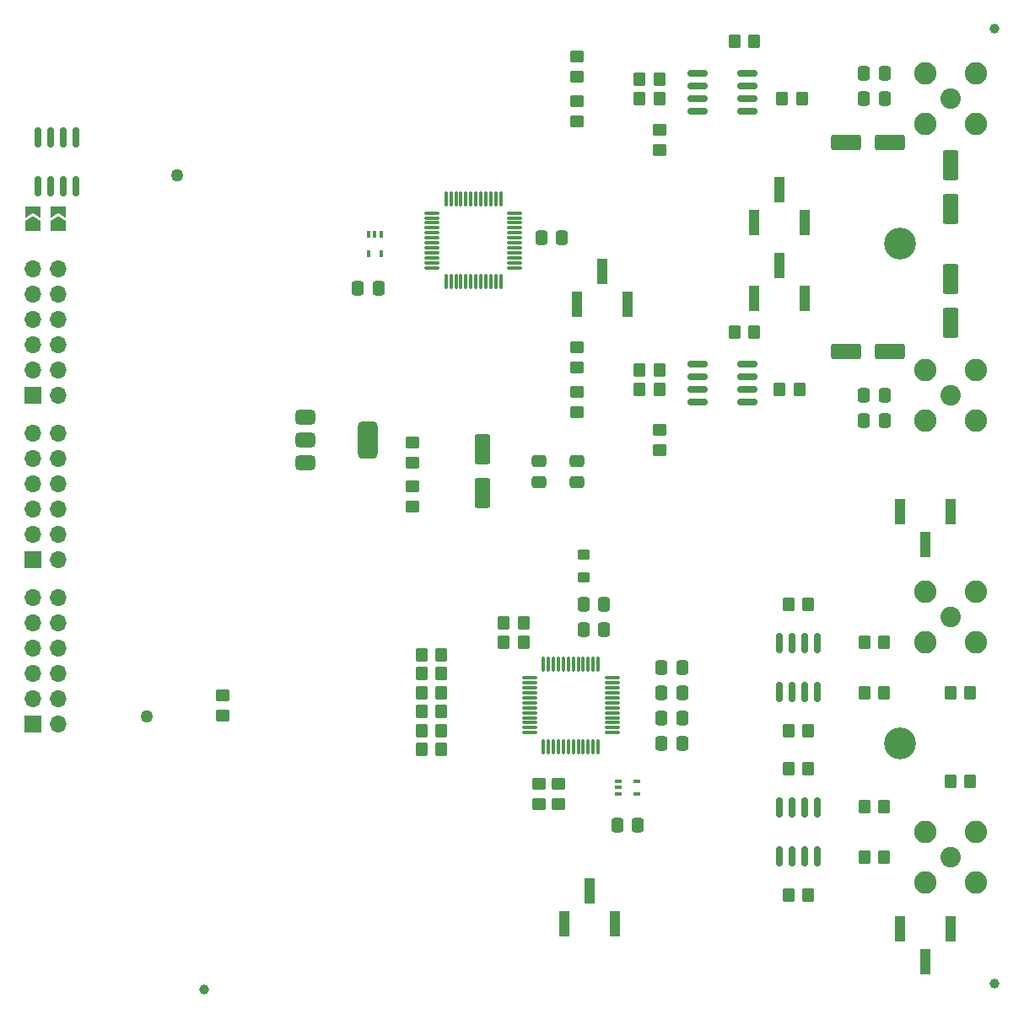
<source format=gts>
%TF.GenerationSoftware,KiCad,Pcbnew,8.0.0*%
%TF.CreationDate,2024-09-01T16:52:45+03:00*%
%TF.ProjectId,ML605_LPC_Board_wADC_DAC,4d4c3630-355f-44c5-9043-5f426f617264,rev?*%
%TF.SameCoordinates,Original*%
%TF.FileFunction,Soldermask,Top*%
%TF.FilePolarity,Negative*%
%FSLAX46Y46*%
G04 Gerber Fmt 4.6, Leading zero omitted, Abs format (unit mm)*
G04 Created by KiCad (PCBNEW 8.0.0) date 2024-09-01 16:52:45*
%MOMM*%
%LPD*%
G01*
G04 APERTURE LIST*
G04 Aperture macros list*
%AMRoundRect*
0 Rectangle with rounded corners*
0 $1 Rounding radius*
0 $2 $3 $4 $5 $6 $7 $8 $9 X,Y pos of 4 corners*
0 Add a 4 corners polygon primitive as box body*
4,1,4,$2,$3,$4,$5,$6,$7,$8,$9,$2,$3,0*
0 Add four circle primitives for the rounded corners*
1,1,$1+$1,$2,$3*
1,1,$1+$1,$4,$5*
1,1,$1+$1,$6,$7*
1,1,$1+$1,$8,$9*
0 Add four rect primitives between the rounded corners*
20,1,$1+$1,$2,$3,$4,$5,0*
20,1,$1+$1,$4,$5,$6,$7,0*
20,1,$1+$1,$6,$7,$8,$9,0*
20,1,$1+$1,$8,$9,$2,$3,0*%
%AMFreePoly0*
4,1,6,1.000000,0.000000,0.500000,-0.750000,-0.500000,-0.750000,-0.500000,0.750000,0.500000,0.750000,1.000000,0.000000,1.000000,0.000000,$1*%
%AMFreePoly1*
4,1,6,0.500000,-0.750000,-0.650000,-0.750000,-0.150000,0.000000,-0.650000,0.750000,0.500000,0.750000,0.500000,-0.750000,0.500000,-0.750000,$1*%
G04 Aperture macros list end*
%ADD10C,1.270000*%
%ADD11RoundRect,0.150000X-0.150000X0.825000X-0.150000X-0.825000X0.150000X-0.825000X0.150000X0.825000X0*%
%ADD12FreePoly0,90.000000*%
%ADD13FreePoly1,90.000000*%
%ADD14RoundRect,0.250000X-0.337500X-0.475000X0.337500X-0.475000X0.337500X0.475000X-0.337500X0.475000X0*%
%ADD15RoundRect,0.250000X0.350000X0.450000X-0.350000X0.450000X-0.350000X-0.450000X0.350000X-0.450000X0*%
%ADD16RoundRect,0.250000X0.337500X0.475000X-0.337500X0.475000X-0.337500X-0.475000X0.337500X-0.475000X0*%
%ADD17R,1.000000X2.510000*%
%ADD18RoundRect,0.250000X0.450000X-0.350000X0.450000X0.350000X-0.450000X0.350000X-0.450000X-0.350000X0*%
%ADD19C,1.000000*%
%ADD20C,3.200000*%
%ADD21RoundRect,0.250000X-0.450000X0.350000X-0.450000X-0.350000X0.450000X-0.350000X0.450000X0.350000X0*%
%ADD22C,2.050000*%
%ADD23C,2.250000*%
%ADD24RoundRect,0.250000X-0.550000X1.250000X-0.550000X-1.250000X0.550000X-1.250000X0.550000X1.250000X0*%
%ADD25RoundRect,0.250000X-0.475000X0.337500X-0.475000X-0.337500X0.475000X-0.337500X0.475000X0.337500X0*%
%ADD26RoundRect,0.100000X-0.100000X0.225000X-0.100000X-0.225000X0.100000X-0.225000X0.100000X0.225000X0*%
%ADD27RoundRect,0.250000X-0.350000X-0.450000X0.350000X-0.450000X0.350000X0.450000X-0.350000X0.450000X0*%
%ADD28RoundRect,0.375000X-0.625000X-0.375000X0.625000X-0.375000X0.625000X0.375000X-0.625000X0.375000X0*%
%ADD29RoundRect,0.500000X-0.500000X-1.400000X0.500000X-1.400000X0.500000X1.400000X-0.500000X1.400000X0*%
%ADD30RoundRect,0.250000X-1.250000X-0.550000X1.250000X-0.550000X1.250000X0.550000X-1.250000X0.550000X0*%
%ADD31RoundRect,0.075000X-0.075000X0.662500X-0.075000X-0.662500X0.075000X-0.662500X0.075000X0.662500X0*%
%ADD32RoundRect,0.075000X-0.662500X0.075000X-0.662500X-0.075000X0.662500X-0.075000X0.662500X0.075000X0*%
%ADD33R,1.700000X1.700000*%
%ADD34O,1.700000X1.700000*%
%ADD35RoundRect,0.100000X-0.225000X-0.100000X0.225000X-0.100000X0.225000X0.100000X-0.225000X0.100000X0*%
%ADD36RoundRect,0.150000X-0.825000X-0.150000X0.825000X-0.150000X0.825000X0.150000X-0.825000X0.150000X0*%
%ADD37RoundRect,0.250000X-0.350000X0.275000X-0.350000X-0.275000X0.350000X-0.275000X0.350000X0.275000X0*%
%ADD38RoundRect,0.250000X0.550000X-1.250000X0.550000X1.250000X-0.550000X1.250000X-0.550000X-1.250000X0*%
G04 APERTURE END LIST*
D10*
%TO.C,J1*%
X91385000Y-66294000D03*
X88335000Y-120674000D03*
%TD*%
D11*
%TO.C,U6*%
X81220000Y-67385000D03*
X79950000Y-67385000D03*
X78680000Y-67385000D03*
X77410000Y-67385000D03*
X77410000Y-62435000D03*
X78680000Y-62435000D03*
X79950000Y-62435000D03*
X81220000Y-62435000D03*
%TD*%
D12*
%TO.C,JP2*%
X79445000Y-71350000D03*
D13*
X79445000Y-69900000D03*
%TD*%
D12*
%TO.C,JP1*%
X76905000Y-71350000D03*
D13*
X76905000Y-69900000D03*
%TD*%
D14*
%TO.C,C38*%
X109522500Y-77610000D03*
X111597500Y-77610000D03*
%TD*%
%TO.C,C29*%
X160322500Y-88405000D03*
X162397500Y-88405000D03*
%TD*%
D15*
%TO.C,R40*%
X139770000Y-56655000D03*
X137770000Y-56655000D03*
%TD*%
D16*
%TO.C,C14*%
X142077500Y-118250000D03*
X140002500Y-118250000D03*
%TD*%
D14*
%TO.C,C12*%
X140002500Y-120790000D03*
X142077500Y-120790000D03*
%TD*%
D15*
%TO.C,R5*%
X117910000Y-116345000D03*
X115910000Y-116345000D03*
%TD*%
%TO.C,R3*%
X117910000Y-114440000D03*
X115910000Y-114440000D03*
%TD*%
D17*
%TO.C,J14*%
X168980000Y-141995000D03*
X166440000Y-145305000D03*
X163900000Y-141995000D03*
%TD*%
D18*
%TO.C,R45*%
X139770000Y-93850000D03*
X139770000Y-91850000D03*
%TD*%
D19*
%TO.C,FID2*%
X173425000Y-147460000D03*
%TD*%
D14*
%TO.C,C37*%
X135557500Y-131585000D03*
X137632500Y-131585000D03*
%TD*%
D15*
%TO.C,R41*%
X139770000Y-58560000D03*
X137770000Y-58560000D03*
%TD*%
D20*
%TO.C,H1*%
X163900000Y-73165000D03*
%TD*%
D21*
%TO.C,R39*%
X131515000Y-88040000D03*
X131515000Y-90040000D03*
%TD*%
%TO.C,R16*%
X127705000Y-127410000D03*
X127705000Y-129410000D03*
%TD*%
D18*
%TO.C,R38*%
X131515000Y-85595000D03*
X131515000Y-83595000D03*
%TD*%
D15*
%TO.C,R11*%
X117910000Y-122060000D03*
X115910000Y-122060000D03*
%TD*%
D22*
%TO.C,J8*%
X168980000Y-58560000D03*
D23*
X166440000Y-56020000D03*
X166440000Y-61100000D03*
X171520000Y-56020000D03*
X171520000Y-61100000D03*
%TD*%
D24*
%TO.C,C1*%
X121990000Y-93825000D03*
X121990000Y-98225000D03*
%TD*%
D18*
%TO.C,R48*%
X95955000Y-120520000D03*
X95955000Y-118520000D03*
%TD*%
D19*
%TO.C,FID1*%
X173425000Y-51575000D03*
%TD*%
D15*
%TO.C,R30*%
X162360000Y-118250000D03*
X160360000Y-118250000D03*
%TD*%
D14*
%TO.C,C4*%
X132150000Y-111900000D03*
X134225000Y-111900000D03*
%TD*%
D17*
%TO.C,J2*%
X130245000Y-141495000D03*
X132785000Y-138185000D03*
X135325000Y-141495000D03*
%TD*%
D15*
%TO.C,R26*%
X154740000Y-122060000D03*
X152740000Y-122060000D03*
%TD*%
%TO.C,R43*%
X139770000Y-87770000D03*
X137770000Y-87770000D03*
%TD*%
D25*
%TO.C,C2*%
X127705000Y-94987500D03*
X127705000Y-97062500D03*
%TD*%
D17*
%TO.C,J6*%
X149295000Y-71010000D03*
X151835000Y-67700000D03*
X154375000Y-71010000D03*
%TD*%
D20*
%TO.C,H2*%
X163900000Y-123330000D03*
%TD*%
D26*
%TO.C,U2*%
X111845000Y-72215000D03*
X111195000Y-72215000D03*
X110545000Y-72215000D03*
X110545000Y-74115000D03*
X111845000Y-74115000D03*
%TD*%
D15*
%TO.C,R28*%
X162360000Y-134760000D03*
X160360000Y-134760000D03*
%TD*%
D27*
%TO.C,R46*%
X147295000Y-52845000D03*
X149295000Y-52845000D03*
%TD*%
D28*
%TO.C,U3*%
X104235000Y-90550000D03*
X104235000Y-92850000D03*
D29*
X110535000Y-92850000D03*
D28*
X104235000Y-95150000D03*
%TD*%
D15*
%TO.C,R25*%
X154740000Y-125870000D03*
X152740000Y-125870000D03*
%TD*%
D21*
%TO.C,R20*%
X129610000Y-127410000D03*
X129610000Y-129410000D03*
%TD*%
D27*
%TO.C,R50*%
X151835000Y-87770000D03*
X153835000Y-87770000D03*
%TD*%
D30*
%TO.C,C24*%
X158525000Y-63005000D03*
X162925000Y-63005000D03*
%TD*%
D22*
%TO.C,J9*%
X168980000Y-88405000D03*
D23*
X166440000Y-85865000D03*
X166440000Y-90945000D03*
X171520000Y-85865000D03*
X171520000Y-90945000D03*
%TD*%
D27*
%TO.C,R15*%
X124165000Y-113170000D03*
X126165000Y-113170000D03*
%TD*%
D31*
%TO.C,IC1*%
X133630000Y-115357500D03*
X133130000Y-115357500D03*
X132630000Y-115357500D03*
X132130000Y-115357500D03*
X131630000Y-115357500D03*
X131130000Y-115357500D03*
X130630000Y-115357500D03*
X130130000Y-115357500D03*
X129630000Y-115357500D03*
X129130000Y-115357500D03*
X128630000Y-115357500D03*
X128130000Y-115357500D03*
D32*
X126717500Y-116770000D03*
X126717500Y-117270000D03*
X126717500Y-117770000D03*
X126717500Y-118270000D03*
X126717500Y-118770000D03*
X126717500Y-119270000D03*
X126717500Y-119770000D03*
X126717500Y-120270000D03*
X126717500Y-120770000D03*
X126717500Y-121270000D03*
X126717500Y-121770000D03*
X126717500Y-122270000D03*
D31*
X128130000Y-123682500D03*
X128630000Y-123682500D03*
X129130000Y-123682500D03*
X129630000Y-123682500D03*
X130130000Y-123682500D03*
X130630000Y-123682500D03*
X131130000Y-123682500D03*
X131630000Y-123682500D03*
X132130000Y-123682500D03*
X132630000Y-123682500D03*
X133130000Y-123682500D03*
X133630000Y-123682500D03*
D32*
X135042500Y-122270000D03*
X135042500Y-121770000D03*
X135042500Y-121270000D03*
X135042500Y-120770000D03*
X135042500Y-120270000D03*
X135042500Y-119770000D03*
X135042500Y-119270000D03*
X135042500Y-118770000D03*
X135042500Y-118270000D03*
X135042500Y-117770000D03*
X135042500Y-117270000D03*
X135042500Y-116770000D03*
%TD*%
D15*
%TO.C,R42*%
X139770000Y-85865000D03*
X137770000Y-85865000D03*
%TD*%
D18*
%TO.C,R36*%
X131515000Y-56385000D03*
X131515000Y-54385000D03*
%TD*%
D15*
%TO.C,R7*%
X117910000Y-118250000D03*
X115910000Y-118250000D03*
%TD*%
D16*
%TO.C,C30*%
X162397500Y-90945000D03*
X160322500Y-90945000D03*
%TD*%
D19*
%TO.C,FID3*%
X94050000Y-148095000D03*
%TD*%
D24*
%TO.C,C27*%
X168980000Y-76680000D03*
X168980000Y-81080000D03*
%TD*%
D27*
%TO.C,R19*%
X124165000Y-111265000D03*
X126165000Y-111265000D03*
%TD*%
D14*
%TO.C,C5*%
X132150000Y-109360000D03*
X134225000Y-109360000D03*
%TD*%
D21*
%TO.C,R37*%
X131515000Y-58830000D03*
X131515000Y-60830000D03*
%TD*%
D33*
%TO.C,J10*%
X76905000Y-121425000D03*
D34*
X79445000Y-121425000D03*
X76905000Y-118885000D03*
X79445000Y-118885000D03*
X76905000Y-116345000D03*
X79445000Y-116345000D03*
X76905000Y-113805000D03*
X79445000Y-113805000D03*
X76905000Y-111265000D03*
X79445000Y-111265000D03*
X76905000Y-108725000D03*
X79445000Y-108725000D03*
%TD*%
D15*
%TO.C,R27*%
X154740000Y-109360000D03*
X152740000Y-109360000D03*
%TD*%
D16*
%TO.C,C26*%
X162397500Y-56020000D03*
X160322500Y-56020000D03*
%TD*%
D31*
%TO.C,IC4*%
X123855000Y-68650000D03*
X123355000Y-68650000D03*
X122855000Y-68650000D03*
X122355000Y-68650000D03*
X121855000Y-68650000D03*
X121355000Y-68650000D03*
X120855000Y-68650000D03*
X120355000Y-68650000D03*
X119855000Y-68650000D03*
X119355000Y-68650000D03*
X118855000Y-68650000D03*
X118355000Y-68650000D03*
D32*
X116942500Y-70062500D03*
X116942500Y-70562500D03*
X116942500Y-71062500D03*
X116942500Y-71562500D03*
X116942500Y-72062500D03*
X116942500Y-72562500D03*
X116942500Y-73062500D03*
X116942500Y-73562500D03*
X116942500Y-74062500D03*
X116942500Y-74562500D03*
X116942500Y-75062500D03*
X116942500Y-75562500D03*
D31*
X118355000Y-76975000D03*
X118855000Y-76975000D03*
X119355000Y-76975000D03*
X119855000Y-76975000D03*
X120355000Y-76975000D03*
X120855000Y-76975000D03*
X121355000Y-76975000D03*
X121855000Y-76975000D03*
X122355000Y-76975000D03*
X122855000Y-76975000D03*
X123355000Y-76975000D03*
X123855000Y-76975000D03*
D32*
X125267500Y-75562500D03*
X125267500Y-75062500D03*
X125267500Y-74562500D03*
X125267500Y-74062500D03*
X125267500Y-73562500D03*
X125267500Y-73062500D03*
X125267500Y-72562500D03*
X125267500Y-72062500D03*
X125267500Y-71562500D03*
X125267500Y-71062500D03*
X125267500Y-70562500D03*
X125267500Y-70062500D03*
%TD*%
D27*
%TO.C,R32*%
X168980000Y-118250000D03*
X170980000Y-118250000D03*
%TD*%
D14*
%TO.C,C13*%
X140002500Y-115710000D03*
X142077500Y-115710000D03*
%TD*%
D35*
%TO.C,U1*%
X135645000Y-127125000D03*
X135645000Y-127775000D03*
X135645000Y-128425000D03*
X137545000Y-128425000D03*
X137545000Y-127125000D03*
%TD*%
D17*
%TO.C,J7*%
X149295000Y-78630000D03*
X151835000Y-75320000D03*
X154375000Y-78630000D03*
%TD*%
D25*
%TO.C,C3*%
X131515000Y-94987500D03*
X131515000Y-97062500D03*
%TD*%
D21*
%TO.C,R2*%
X115005000Y-97565000D03*
X115005000Y-99565000D03*
%TD*%
D22*
%TO.C,J5*%
X168980000Y-110630000D03*
D23*
X166440000Y-108090000D03*
X166440000Y-113170000D03*
X171520000Y-108090000D03*
X171520000Y-113170000D03*
%TD*%
D36*
%TO.C,U4*%
X143645000Y-56020000D03*
X143645000Y-57290000D03*
X143645000Y-58560000D03*
X143645000Y-59830000D03*
X148595000Y-59830000D03*
X148595000Y-58560000D03*
X148595000Y-57290000D03*
X148595000Y-56020000D03*
%TD*%
D17*
%TO.C,J3*%
X131515000Y-79265000D03*
X134055000Y-75955000D03*
X136595000Y-79265000D03*
%TD*%
D18*
%TO.C,R44*%
X139770000Y-63735000D03*
X139770000Y-61735000D03*
%TD*%
D15*
%TO.C,R24*%
X154740000Y-138570000D03*
X152740000Y-138570000D03*
%TD*%
D14*
%TO.C,C25*%
X160322500Y-58560000D03*
X162397500Y-58560000D03*
%TD*%
D15*
%TO.C,R9*%
X117910000Y-120155000D03*
X115910000Y-120155000D03*
%TD*%
D37*
%TO.C,L1*%
X132150000Y-104400000D03*
X132150000Y-106700000D03*
%TD*%
D15*
%TO.C,R13*%
X117910000Y-123965000D03*
X115910000Y-123965000D03*
%TD*%
D22*
%TO.C,J4*%
X168980000Y-134760000D03*
D23*
X166440000Y-132220000D03*
X166440000Y-137300000D03*
X171520000Y-132220000D03*
X171520000Y-137300000D03*
%TD*%
D27*
%TO.C,R49*%
X152105000Y-58560000D03*
X154105000Y-58560000D03*
%TD*%
D38*
%TO.C,C23*%
X168980000Y-69650000D03*
X168980000Y-65250000D03*
%TD*%
D33*
%TO.C,J12*%
X76905000Y-88405000D03*
D34*
X79445000Y-88405000D03*
X76905000Y-85865000D03*
X79445000Y-85865000D03*
X76905000Y-83325000D03*
X79445000Y-83325000D03*
X76905000Y-80785000D03*
X79445000Y-80785000D03*
X76905000Y-78245000D03*
X79445000Y-78245000D03*
X76905000Y-75705000D03*
X79445000Y-75705000D03*
%TD*%
D17*
%TO.C,J13*%
X168980000Y-100085000D03*
X166440000Y-103395000D03*
X163900000Y-100085000D03*
%TD*%
D15*
%TO.C,R29*%
X162360000Y-129680000D03*
X160360000Y-129680000D03*
%TD*%
D36*
%TO.C,U5*%
X143645000Y-85230000D03*
X143645000Y-86500000D03*
X143645000Y-87770000D03*
X143645000Y-89040000D03*
X148595000Y-89040000D03*
X148595000Y-87770000D03*
X148595000Y-86500000D03*
X148595000Y-85230000D03*
%TD*%
D27*
%TO.C,R33*%
X168980000Y-127140000D03*
X170980000Y-127140000D03*
%TD*%
D11*
%TO.C,IC3*%
X155645000Y-113235000D03*
X154375000Y-113235000D03*
X153105000Y-113235000D03*
X151835000Y-113235000D03*
X151835000Y-118185000D03*
X153105000Y-118185000D03*
X154375000Y-118185000D03*
X155645000Y-118185000D03*
%TD*%
D33*
%TO.C,J11*%
X76885000Y-104890000D03*
D34*
X79425000Y-104890000D03*
X76885000Y-102350000D03*
X79425000Y-102350000D03*
X76885000Y-99810000D03*
X79425000Y-99810000D03*
X76885000Y-97270000D03*
X79425000Y-97270000D03*
X76885000Y-94730000D03*
X79425000Y-94730000D03*
X76885000Y-92190000D03*
X79425000Y-92190000D03*
%TD*%
D21*
%TO.C,R1*%
X115005000Y-93120000D03*
X115005000Y-95120000D03*
%TD*%
D27*
%TO.C,R47*%
X147295000Y-82055000D03*
X149295000Y-82055000D03*
%TD*%
D30*
%TO.C,C28*%
X158525000Y-83960000D03*
X162925000Y-83960000D03*
%TD*%
D15*
%TO.C,R31*%
X162360000Y-113170000D03*
X160360000Y-113170000D03*
%TD*%
D14*
%TO.C,C15*%
X140002500Y-123330000D03*
X142077500Y-123330000D03*
%TD*%
%TO.C,C18*%
X127937500Y-72530000D03*
X130012500Y-72530000D03*
%TD*%
D11*
%TO.C,IC2*%
X155645000Y-129745000D03*
X154375000Y-129745000D03*
X153105000Y-129745000D03*
X151835000Y-129745000D03*
X151835000Y-134695000D03*
X153105000Y-134695000D03*
X154375000Y-134695000D03*
X155645000Y-134695000D03*
%TD*%
M02*

</source>
